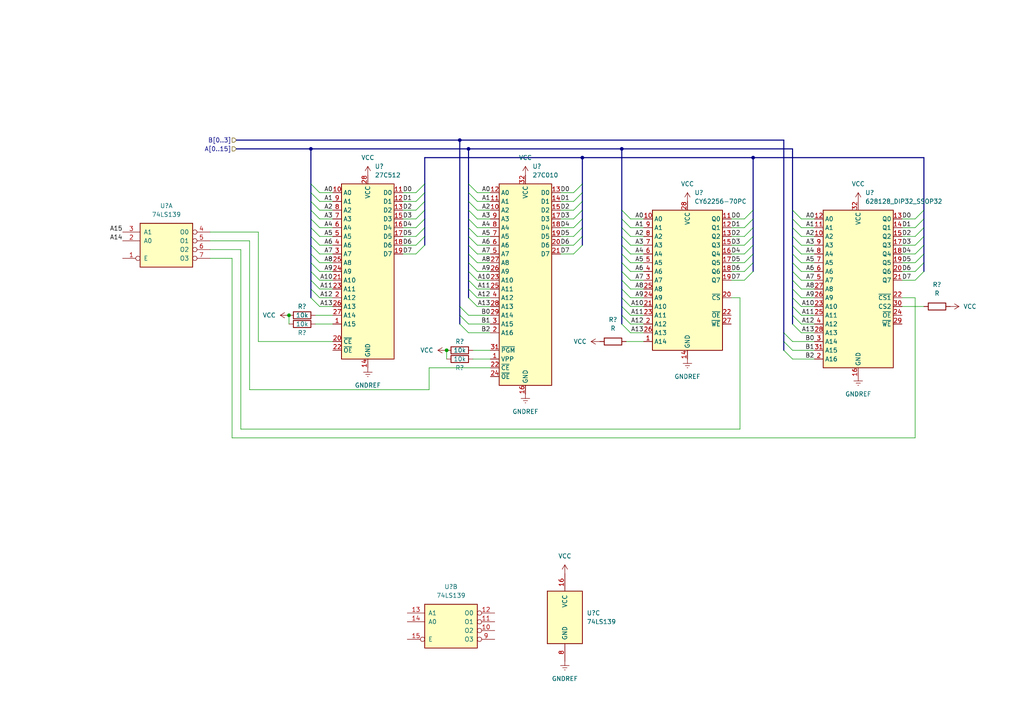
<source format=kicad_sch>
(kicad_sch (version 20211123) (generator eeschema)
  (paper "A4")
  (lib_symbols
    (symbol "74xx:74LS139" (pin_names (offset 1.016))
      (property "Reference" "U" (at -7.62 8.89 0))
      (property "Value" "74LS139" (at -7.62 -8.89 0))
      (symbol "74LS139_1_0"
        (pin input inverted (at -12.7 -5.08 0) (length 5.08) (name "E") (number "1"))
        (pin input line (at -12.7 0 0) (length 5.08) (name "A0") (number "2"))
        (pin input line (at -12.7 2.54 0) (length 5.08) (name "A1") (number "3"))
        (pin output inverted (at 12.7 2.54 180) (length 5.08) (name "O0") (number "4"))
        (pin output inverted (at 12.7 0 180) (length 5.08) (name "O1") (number "5"))
        (pin output inverted (at 12.7 -2.54 180) (length 5.08) (name "O2") (number "6"))
        (pin output inverted (at 12.7 -5.08 180) (length 5.08) (name "O3") (number "7"))
      )
      (symbol "74LS139_1_1"
        (rectangle (start -7.62 5.08) (end 7.62 -7.62) (stroke (width 0.254)) (fill (type background)))
      )
      (symbol "74LS139_2_0"
        (pin output inverted (at 12.7 -2.54 180) (length 5.08) (name "O2") (number "10"))
        (pin output inverted (at 12.7 0 180) (length 5.08) (name "O1") (number "11"))
        (pin output inverted (at 12.7 2.54 180) (length 5.08) (name "O0") (number "12"))
        (pin input line (at -12.7 2.54 0) (length 5.08) (name "A1") (number "13"))
        (pin input line (at -12.7 0 0) (length 5.08) (name "A0") (number "14"))
        (pin input inverted (at -12.7 -5.08 0) (length 5.08) (name "E") (number "15"))
        (pin output inverted (at 12.7 -5.08 180) (length 5.08) (name "O3") (number "9"))
      )
      (symbol "74LS139_2_1"
        (rectangle (start -7.62 5.08) (end 7.62 -7.62) (stroke (width 0.254)) (fill (type background)))
      )
      (symbol "74LS139_3_0"
        (pin power_in line (at 0 12.7 270) (length 5.08) (name "VCC") (number "16"))
        (pin power_in line (at 0 -12.7 90) (length 5.08) (name "GND") (number "8"))
      )
      (symbol "74LS139_3_1"
        (rectangle (start -5.08 7.62) (end 5.08 -7.62) (stroke (width 0.254)) (fill (type background)))
      )
    )
    (symbol "Device:R" (pin_numbers hide) (pin_names (offset 0))
      (property "Reference" "R" (at 2.032 0 90))
      (property "Value" "R" (at 0 0 90))
      (symbol "R_0_1"
        (rectangle (start -1.016 -2.54) (end 1.016 2.54) (stroke (width 0.254)))
      )
      (symbol "R_1_1"
        (pin passive line (at 0 3.81 270) (length 1.27) (name "~") (number "1"))
        (pin passive line (at 0 -3.81 90) (length 1.27) (name "~") (number "2"))
      )
    )
    (symbol "Memory_EPROM:27C010"
      (property "Reference" "U" (at -7.62 29.21 0))
      (property "Value" "27C010" (at 2.54 -31.75 0))
      (symbol "27C010_1_1"
        (rectangle (start -7.62 27.94) (end 7.62 -30.48) (stroke (width 0.254)) (fill (type background)))
        (pin input line (at -10.16 -22.86 0) (length 2.54) (name "VPP") (number "1"))
        (pin input line (at -10.16 20.32 0) (length 2.54) (name "A2") (number "10"))
        (pin input line (at -10.16 22.86 0) (length 2.54) (name "A1") (number "11"))
        (pin input line (at -10.16 25.4 0) (length 2.54) (name "A0") (number "12"))
        (pin tri_state line (at 10.16 25.4 180) (length 2.54) (name "D0") (number "13"))
        (pin tri_state line (at 10.16 22.86 180) (length 2.54) (name "D1") (number "14"))
        (pin tri_state line (at 10.16 20.32 180) (length 2.54) (name "D2") (number "15"))
        (pin power_in line (at 0 -33.02 90) (length 2.54) (name "GND") (number "16"))
        (pin tri_state line (at 10.16 17.78 180) (length 2.54) (name "D3") (number "17"))
        (pin tri_state line (at 10.16 15.24 180) (length 2.54) (name "D4") (number "18"))
        (pin tri_state line (at 10.16 12.7 180) (length 2.54) (name "D5") (number "19"))
        (pin input line (at -10.16 -15.24 0) (length 2.54) (name "A16") (number "2"))
        (pin tri_state line (at 10.16 10.16 180) (length 2.54) (name "D6") (number "20"))
        (pin tri_state line (at 10.16 7.62 180) (length 2.54) (name "D7") (number "21"))
        (pin input line (at -10.16 -25.4 0) (length 2.54) (name "~{CE}") (number "22"))
        (pin input line (at -10.16 0 0) (length 2.54) (name "A10") (number "23"))
        (pin input line (at -10.16 -27.94 0) (length 2.54) (name "~{OE}") (number "24"))
        (pin input line (at -10.16 -2.54 0) (length 2.54) (name "A11") (number "25"))
        (pin input line (at -10.16 2.54 0) (length 2.54) (name "A9") (number "26"))
        (pin input line (at -10.16 5.08 0) (length 2.54) (name "A8") (number "27"))
        (pin input line (at -10.16 -7.62 0) (length 2.54) (name "A13") (number "28"))
        (pin input line (at -10.16 -10.16 0) (length 2.54) (name "A14") (number "29"))
        (pin input line (at -10.16 -12.7 0) (length 2.54) (name "A15") (number "3"))
        (pin input line (at -10.16 -20.32 0) (length 2.54) (name "~{PGM}") (number "31"))
        (pin power_in line (at 0 30.48 270) (length 2.54) (name "VCC") (number "32"))
        (pin input line (at -10.16 -5.08 0) (length 2.54) (name "A12") (number "4"))
        (pin input line (at -10.16 7.62 0) (length 2.54) (name "A7") (number "5"))
        (pin input line (at -10.16 10.16 0) (length 2.54) (name "A6") (number "6"))
        (pin input line (at -10.16 12.7 0) (length 2.54) (name "A5") (number "7"))
        (pin input line (at -10.16 15.24 0) (length 2.54) (name "A4") (number "8"))
        (pin input line (at -10.16 17.78 0) (length 2.54) (name "A3") (number "9"))
      )
    )
    (symbol "Memory_EPROM:27C512"
      (property "Reference" "U" (at -7.62 26.67 0))
      (property "Value" "27C512" (at 2.54 -26.67 0))
      (symbol "27C512_1_1"
        (rectangle (start -7.62 25.4) (end 7.62 -25.4) (stroke (width 0.254)) (fill (type background)))
        (pin input line (at -10.16 -15.24 0) (length 2.54) (name "A15") (number "1"))
        (pin input line (at -10.16 22.86 0) (length 2.54) (name "A0") (number "10"))
        (pin tri_state line (at 10.16 22.86 180) (length 2.54) (name "D0") (number "11"))
        (pin tri_state line (at 10.16 20.32 180) (length 2.54) (name "D1") (number "12"))
        (pin tri_state line (at 10.16 17.78 180) (length 2.54) (name "D2") (number "13"))
        (pin power_in line (at 0 -27.94 90) (length 2.54) (name "GND") (number "14"))
        (pin tri_state line (at 10.16 15.24 180) (length 2.54) (name "D3") (number "15"))
        (pin tri_state line (at 10.16 12.7 180) (length 2.54) (name "D4") (number "16"))
        (pin tri_state line (at 10.16 10.16 180) (length 2.54) (name "D5") (number "17"))
        (pin tri_state line (at 10.16 7.62 180) (length 2.54) (name "D6") (number "18"))
        (pin tri_state line (at 10.16 5.08 180) (length 2.54) (name "D7") (number "19"))
        (pin input line (at -10.16 -7.62 0) (length 2.54) (name "A12") (number "2"))
        (pin input line (at -10.16 -20.32 0) (length 2.54) (name "~{CE}") (number "20"))
        (pin input line (at -10.16 -2.54 0) (length 2.54) (name "A10") (number "21"))
        (pin input line (at -10.16 -22.86 0) (length 2.54) (name "~{OE}") (number "22"))
        (pin input line (at -10.16 -5.08 0) (length 2.54) (name "A11") (number "23"))
        (pin input line (at -10.16 0 0) (length 2.54) (name "A9") (number "24"))
        (pin input line (at -10.16 2.54 0) (length 2.54) (name "A8") (number "25"))
        (pin input line (at -10.16 -10.16 0) (length 2.54) (name "A13") (number "26"))
        (pin input line (at -10.16 -12.7 0) (length 2.54) (name "A14") (number "27"))
        (pin power_in line (at 0 27.94 270) (length 2.54) (name "VCC") (number "28"))
        (pin input line (at -10.16 5.08 0) (length 2.54) (name "A7") (number "3"))
        (pin input line (at -10.16 7.62 0) (length 2.54) (name "A6") (number "4"))
        (pin input line (at -10.16 10.16 0) (length 2.54) (name "A5") (number "5"))
        (pin input line (at -10.16 12.7 0) (length 2.54) (name "A4") (number "6"))
        (pin input line (at -10.16 15.24 0) (length 2.54) (name "A3") (number "7"))
        (pin input line (at -10.16 17.78 0) (length 2.54) (name "A2") (number "8"))
        (pin input line (at -10.16 20.32 0) (length 2.54) (name "A1") (number "9"))
      )
    )
    (symbol "Memory_RAM:628128_DIP32_SSOP32"
      (property "Reference" "U" (at -10.16 23.495 0))
      (property "Value" "628128_DIP32_SSOP32" (at 2.54 23.495 0))
      (symbol "628128_DIP32_SSOP32_0_0"
        (pin power_in line (at 0 -25.4 90) (length 2.54) (name "GND") (number "16"))
        (pin power_in line (at 0 25.4 270) (length 2.54) (name "VCC") (number "32"))
      )
      (symbol "628128_DIP32_SSOP32_0_1"
        (rectangle (start -10.16 22.86) (end 10.16 -22.86) (stroke (width 0.254)) (fill (type background)))
      )
      (symbol "628128_DIP32_SSOP32_1_1"
        (pin no_connect line (at 10.16 -20.32 180) (length 2.54) hide (name "NC") (number "1"))
        (pin input line (at -12.7 15.24 0) (length 2.54) (name "A2") (number "10"))
        (pin input line (at -12.7 17.78 0) (length 2.54) (name "A1") (number "11"))
        (pin input line (at -12.7 20.32 0) (length 2.54) (name "A0") (number "12"))
        (pin tri_state line (at 12.7 20.32 180) (length 2.54) (name "Q0") (number "13"))
        (pin tri_state line (at 12.7 17.78 180) (length 2.54) (name "Q1") (number "14"))
        (pin tri_state line (at 12.7 15.24 180) (length 2.54) (name "Q2") (number "15"))
        (pin tri_state line (at 12.7 12.7 180) (length 2.54) (name "Q3") (number "17"))
        (pin tri_state line (at 12.7 10.16 180) (length 2.54) (name "Q4") (number "18"))
        (pin tri_state line (at 12.7 7.62 180) (length 2.54) (name "Q5") (number "19"))
        (pin input line (at -12.7 -20.32 0) (length 2.54) (name "A16") (number "2"))
        (pin tri_state line (at 12.7 5.08 180) (length 2.54) (name "Q6") (number "20"))
        (pin tri_state line (at 12.7 2.54 180) (length 2.54) (name "Q7") (number "21"))
        (pin input line (at 12.7 -2.54 180) (length 2.54) (name "~{CS1}") (number "22"))
        (pin input line (at -12.7 -5.08 0) (length 2.54) (name "A10") (number "23"))
        (pin input line (at 12.7 -7.62 180) (length 2.54) (name "~{OE}") (number "24"))
        (pin input line (at -12.7 -7.62 0) (length 2.54) (name "A11") (number "25"))
        (pin input line (at -12.7 -2.54 0) (length 2.54) (name "A9") (number "26"))
        (pin input line (at -12.7 0 0) (length 2.54) (name "A8") (number "27"))
        (pin input line (at -12.7 -12.7 0) (length 2.54) (name "A13") (number "28"))
        (pin input line (at 12.7 -10.16 180) (length 2.54) (name "~{WE}") (number "29"))
        (pin input line (at -12.7 -15.24 0) (length 2.54) (name "A14") (number "3"))
        (pin input line (at 12.7 -5.08 180) (length 2.54) (name "CS2") (number "30"))
        (pin input line (at -12.7 -17.78 0) (length 2.54) (name "A15") (number "31"))
        (pin input line (at -12.7 -10.16 0) (length 2.54) (name "A12") (number "4"))
        (pin input line (at -12.7 2.54 0) (length 2.54) (name "A7") (number "5"))
        (pin input line (at -12.7 5.08 0) (length 2.54) (name "A6") (number "6"))
        (pin input line (at -12.7 7.62 0) (length 2.54) (name "A5") (number "7"))
        (pin input line (at -12.7 10.16 0) (length 2.54) (name "A4") (number "8"))
        (pin input line (at -12.7 12.7 0) (length 2.54) (name "A3") (number "9"))
      )
    )
    (symbol "Memory_RAM:CY62256-70PC"
      (property "Reference" "U" (at -10.16 20.955 0))
      (property "Value" "CY62256-70PC" (at 2.54 20.955 0))
      (symbol "CY62256-70PC_0_0"
        (pin power_in line (at 0 -22.86 90) (length 2.54) (name "GND") (number "14"))
        (pin power_in line (at 0 22.86 270) (length 2.54) (name "VCC") (number "28"))
      )
      (symbol "CY62256-70PC_0_1"
        (rectangle (start -10.16 20.32) (end 10.16 -20.32) (stroke (width 0.254)) (fill (type background)))
      )
      (symbol "CY62256-70PC_1_1"
        (pin input line (at -12.7 -17.78 0) (length 2.54) (name "A14") (number "1"))
        (pin input line (at -12.7 17.78 0) (length 2.54) (name "A0") (number "10"))
        (pin tri_state line (at 12.7 17.78 180) (length 2.54) (name "Q0") (number "11"))
        (pin tri_state line (at 12.7 15.24 180) (length 2.54) (name "Q1") (number "12"))
        (pin tri_state line (at 12.7 12.7 180) (length 2.54) (name "Q2") (number "13"))
        (pin tri_state line (at 12.7 10.16 180) (length 2.54) (name "Q3") (number "15"))
        (pin tri_state line (at 12.7 7.62 180) (length 2.54) (name "Q4") (number "16"))
        (pin tri_state line (at 12.7 5.08 180) (length 2.54) (name "Q5") (number "17"))
        (pin tri_state line (at 12.7 2.54 180) (length 2.54) (name "Q6") (number "18"))
        (pin tri_state line (at 12.7 0 180) (length 2.54) (name "Q7") (number "19"))
        (pin input line (at -12.7 -12.7 0) (length 2.54) (name "A12") (number "2"))
        (pin input line (at 12.7 -5.08 180) (length 2.54) (name "~{CS}") (number "20"))
        (pin input line (at -12.7 -7.62 0) (length 2.54) (name "A10") (number "21"))
        (pin input line (at 12.7 -10.16 180) (length 2.54) (name "~{OE}") (number "22"))
        (pin input line (at -12.7 -10.16 0) (length 2.54) (name "A11") (number "23"))
        (pin input line (at -12.7 -5.08 0) (length 2.54) (name "A9") (number "24"))
        (pin input line (at -12.7 -2.54 0) (length 2.54) (name "A8") (number "25"))
        (pin input line (at -12.7 -15.24 0) (length 2.54) (name "A13") (number "26"))
        (pin input line (at 12.7 -12.7 180) (length 2.54) (name "~{WE}") (number "27"))
        (pin input line (at -12.7 0 0) (length 2.54) (name "A7") (number "3"))
        (pin input line (at -12.7 2.54 0) (length 2.54) (name "A6") (number "4"))
        (pin input line (at -12.7 5.08 0) (length 2.54) (name "A5") (number "5"))
        (pin input line (at -12.7 7.62 0) (length 2.54) (name "A4") (number "6"))
        (pin input line (at -12.7 10.16 0) (length 2.54) (name "A3") (number "7"))
        (pin input line (at -12.7 12.7 0) (length 2.54) (name "A2") (number "8"))
        (pin input line (at -12.7 15.24 0) (length 2.54) (name "A1") (number "9"))
      )
    )
    (symbol "power:GNDREF" (power) (pin_names (offset 0))
      (property "Value" "GNDREF" (at 0 -3.81 0))
      (symbol "GNDREF_0_1"
        (polyline (pts (xy -0.635 -1.905) (xy 0.635 -1.905)))
        (polyline (pts (xy -0.127 -2.54) (xy 0.127 -2.54)))
        (polyline (pts (xy 0 -1.27) (xy 0 0)))
        (polyline (pts (xy 1.27 -1.27) (xy -1.27 -1.27)))
      )
      (symbol "GNDREF_1_1"
        (pin power_in line (at 0 0 270) (length 0) hide (name "GNDREF") (number "1"))
      )
    )
    (symbol "power:VCC" (power) (pin_names (offset 0))
      (property "Value" "VCC" (at 0 3.81 0))
      (symbol "VCC_0_1"
        (polyline (pts (xy -0.762 1.27) (xy 0 2.54)))
        (polyline (pts (xy 0 0) (xy 0 2.54)))
        (polyline (pts (xy 0 2.54) (xy 0.762 1.27)))
      )
      (symbol "VCC_1_1"
        (pin power_in line (at 0 0 90) (length 0) hide (name "VCC") (number "1"))
      )
    )
  )
  (junction (at 90.17 43.18))
  (junction (at 218.44 45.72))
  (junction (at 83.82 91.44))
  (junction (at 135.89 43.18))
  (junction (at 129.54 101.6))
  (junction (at 133.35 40.64))
  (junction (at 168.91 45.72))
  (junction (at 180.34 43.18))
  (bus_entry (at 229.87 68.58) (size 2.54 2.54))
  (bus_entry (at 90.17 83.82) (size 2.54 2.54))
  (bus_entry (at 215.9 73.66) (size 2.54 -2.54))
  (bus_entry (at 215.9 76.2) (size 2.54 -2.54))
  (bus_entry (at 135.89 78.74) (size 2.54 2.54))
  (bus_entry (at 135.89 76.2) (size 2.54 2.54))
  (bus_entry (at 90.17 68.58) (size 2.54 2.54))
  (bus_entry (at 265.43 81.28) (size 2.54 -2.54))
  (bus_entry (at 120.65 60.96) (size 2.54 -2.54))
  (bus_entry (at 133.35 93.98) (size 2.54 2.54))
  (bus_entry (at 215.9 66.04) (size 2.54 -2.54))
  (bus_entry (at 90.17 71.12) (size 2.54 2.54))
  (bus_entry (at 120.65 73.66) (size 2.54 -2.54))
  (bus_entry (at 120.65 55.88) (size 2.54 -2.54))
  (bus_entry (at 135.89 81.28) (size 2.54 2.54))
  (bus_entry (at 90.17 53.34) (size 2.54 2.54))
  (bus_entry (at 265.43 66.04) (size 2.54 -2.54))
  (bus_entry (at 265.43 63.5) (size 2.54 -2.54))
  (bus_entry (at 166.37 73.66) (size 2.54 -2.54))
  (bus_entry (at 227.33 96.52) (size 2.54 2.54))
  (bus_entry (at 265.43 71.12) (size 2.54 -2.54))
  (bus_entry (at 180.34 93.98) (size 2.54 2.54))
  (bus_entry (at 135.89 53.34) (size 2.54 2.54))
  (bus_entry (at 120.65 63.5) (size 2.54 -2.54))
  (bus_entry (at 135.89 55.88) (size 2.54 2.54))
  (bus_entry (at 180.34 78.74) (size 2.54 2.54))
  (bus_entry (at 227.33 99.06) (size 2.54 2.54))
  (bus_entry (at 120.65 68.58) (size 2.54 -2.54))
  (bus_entry (at 133.35 91.44) (size 2.54 2.54))
  (bus_entry (at 227.33 101.6) (size 2.54 2.54))
  (bus_entry (at 166.37 55.88) (size 2.54 -2.54))
  (bus_entry (at 229.87 91.44) (size 2.54 2.54))
  (bus_entry (at 215.9 68.58) (size 2.54 -2.54))
  (bus_entry (at 135.89 58.42) (size 2.54 2.54))
  (bus_entry (at 229.87 76.2) (size 2.54 2.54))
  (bus_entry (at 215.9 63.5) (size 2.54 -2.54))
  (bus_entry (at 180.34 60.96) (size 2.54 2.54))
  (bus_entry (at 180.34 83.82) (size 2.54 2.54))
  (bus_entry (at 166.37 71.12) (size 2.54 -2.54))
  (bus_entry (at 90.17 66.04) (size 2.54 2.54))
  (bus_entry (at 135.89 66.04) (size 2.54 2.54))
  (bus_entry (at 120.65 58.42) (size 2.54 -2.54))
  (bus_entry (at 135.89 83.82) (size 2.54 2.54))
  (bus_entry (at 215.9 71.12) (size 2.54 -2.54))
  (bus_entry (at 229.87 66.04) (size 2.54 2.54))
  (bus_entry (at 229.87 60.96) (size 2.54 2.54))
  (bus_entry (at 229.87 78.74) (size 2.54 2.54))
  (bus_entry (at 133.35 88.9) (size 2.54 2.54))
  (bus_entry (at 166.37 60.96) (size 2.54 -2.54))
  (bus_entry (at 265.43 78.74) (size 2.54 -2.54))
  (bus_entry (at 229.87 88.9) (size 2.54 2.54))
  (bus_entry (at 215.9 81.28) (size 2.54 -2.54))
  (bus_entry (at 90.17 58.42) (size 2.54 2.54))
  (bus_entry (at 166.37 66.04) (size 2.54 -2.54))
  (bus_entry (at 265.43 68.58) (size 2.54 -2.54))
  (bus_entry (at 166.37 63.5) (size 2.54 -2.54))
  (bus_entry (at 229.87 81.28) (size 2.54 2.54))
  (bus_entry (at 265.43 73.66) (size 2.54 -2.54))
  (bus_entry (at 90.17 78.74) (size 2.54 2.54))
  (bus_entry (at 229.87 73.66) (size 2.54 2.54))
  (bus_entry (at 180.34 91.44) (size 2.54 2.54))
  (bus_entry (at 166.37 68.58) (size 2.54 -2.54))
  (bus_entry (at 180.34 86.36) (size 2.54 2.54))
  (bus_entry (at 229.87 86.36) (size 2.54 2.54))
  (bus_entry (at 90.17 63.5) (size 2.54 2.54))
  (bus_entry (at 180.34 71.12) (size 2.54 2.54))
  (bus_entry (at 90.17 81.28) (size 2.54 2.54))
  (bus_entry (at 215.9 78.74) (size 2.54 -2.54))
  (bus_entry (at 229.87 83.82) (size 2.54 2.54))
  (bus_entry (at 135.89 60.96) (size 2.54 2.54))
  (bus_entry (at 135.89 73.66) (size 2.54 2.54))
  (bus_entry (at 90.17 60.96) (size 2.54 2.54))
  (bus_entry (at 90.17 76.2) (size 2.54 2.54))
  (bus_entry (at 229.87 93.98) (size 2.54 2.54))
  (bus_entry (at 180.34 88.9) (size 2.54 2.54))
  (bus_entry (at 180.34 81.28) (size 2.54 2.54))
  (bus_entry (at 90.17 55.88) (size 2.54 2.54))
  (bus_entry (at 90.17 86.36) (size 2.54 2.54))
  (bus_entry (at 90.17 73.66) (size 2.54 2.54))
  (bus_entry (at 135.89 71.12) (size 2.54 2.54))
  (bus_entry (at 135.89 68.58) (size 2.54 2.54))
  (bus_entry (at 166.37 58.42) (size 2.54 -2.54))
  (bus_entry (at 180.34 76.2) (size 2.54 2.54))
  (bus_entry (at 135.89 63.5) (size 2.54 2.54))
  (bus_entry (at 120.65 71.12) (size 2.54 -2.54))
  (bus_entry (at 120.65 66.04) (size 2.54 -2.54))
  (bus_entry (at 180.34 63.5) (size 2.54 2.54))
  (bus_entry (at 180.34 68.58) (size 2.54 2.54))
  (bus_entry (at 229.87 63.5) (size 2.54 2.54))
  (bus_entry (at 180.34 66.04) (size 2.54 2.54))
  (bus_entry (at 180.34 73.66) (size 2.54 2.54))
  (bus_entry (at 265.43 76.2) (size 2.54 -2.54))
  (bus_entry (at 135.89 86.36) (size 2.54 2.54))
  (bus_entry (at 229.87 71.12) (size 2.54 2.54))
  (wire (pts (xy 212.09 66.04) (xy 215.9 66.04)))
  (wire (pts (xy 60.96 69.85) (xy 72.39 69.85)))
  (wire (pts (xy 214.63 86.36) (xy 212.09 86.36)))
  (wire (pts (xy 182.88 76.2) (xy 186.69 76.2)))
  (bus (pts (xy 218.44 60.96) (xy 218.44 45.72)))
  (bus (pts (xy 123.19 53.34) (xy 123.19 55.88)))
  (wire (pts (xy 212.09 81.28) (xy 215.9 81.28)))
  (wire (pts (xy 135.89 91.44) (xy 142.24 91.44)))
  (wire (pts (xy 261.62 73.66) (xy 265.43 73.66)))
  (wire (pts (xy 138.43 73.66) (xy 142.24 73.66)))
  (bus (pts (xy 168.91 55.88) (xy 168.91 58.42)))
  (bus (pts (xy 168.91 58.42) (xy 168.91 60.96)))
  (wire (pts (xy 138.43 76.2) (xy 142.24 76.2)))
  (bus (pts (xy 180.34 88.9) (xy 180.34 86.36)))
  (bus (pts (xy 180.34 76.2) (xy 180.34 73.66)))
  (wire (pts (xy 92.71 58.42) (xy 96.52 58.42)))
  (bus (pts (xy 133.35 40.64) (xy 68.58 40.64)))
  (bus (pts (xy 90.17 66.04) (xy 90.17 63.5)))
  (bus (pts (xy 218.44 45.72) (xy 267.97 45.72)))
  (wire (pts (xy 232.41 81.28) (xy 236.22 81.28)))
  (wire (pts (xy 67.31 127) (xy 265.43 127)))
  (wire (pts (xy 261.62 66.04) (xy 265.43 66.04)))
  (wire (pts (xy 182.88 96.52) (xy 186.69 96.52)))
  (wire (pts (xy 116.84 66.04) (xy 120.65 66.04)))
  (bus (pts (xy 218.44 45.72) (xy 168.91 45.72)))
  (bus (pts (xy 133.35 88.9) (xy 133.35 40.64)))
  (bus (pts (xy 229.87 68.58) (xy 229.87 66.04)))
  (bus (pts (xy 218.44 68.58) (xy 218.44 66.04)))
  (bus (pts (xy 218.44 76.2) (xy 218.44 73.66)))
  (wire (pts (xy 116.84 68.58) (xy 120.65 68.58)))
  (wire (pts (xy 135.89 93.98) (xy 142.24 93.98)))
  (bus (pts (xy 180.34 68.58) (xy 180.34 66.04)))
  (wire (pts (xy 182.88 78.74) (xy 186.69 78.74)))
  (bus (pts (xy 133.35 93.98) (xy 133.35 91.44)))
  (wire (pts (xy 229.87 101.6) (xy 236.22 101.6)))
  (wire (pts (xy 60.96 74.93) (xy 67.31 74.93)))
  (bus (pts (xy 123.19 66.04) (xy 123.19 68.58)))
  (wire (pts (xy 229.87 99.06) (xy 236.22 99.06)))
  (wire (pts (xy 232.41 91.44) (xy 236.22 91.44)))
  (bus (pts (xy 135.89 86.36) (xy 135.89 83.82)))
  (wire (pts (xy 92.71 73.66) (xy 96.52 73.66)))
  (wire (pts (xy 265.43 127) (xy 265.43 86.36)))
  (bus (pts (xy 135.89 60.96) (xy 135.89 58.42)))
  (bus (pts (xy 90.17 43.18) (xy 135.89 43.18)))
  (wire (pts (xy 212.09 73.66) (xy 215.9 73.66)))
  (wire (pts (xy 182.88 83.82) (xy 186.69 83.82)))
  (wire (pts (xy 92.71 71.12) (xy 96.52 71.12)))
  (wire (pts (xy 232.41 86.36) (xy 236.22 86.36)))
  (bus (pts (xy 90.17 78.74) (xy 90.17 76.2)))
  (bus (pts (xy 90.17 86.36) (xy 90.17 83.82)))
  (bus (pts (xy 123.19 45.72) (xy 123.19 53.34)))
  (bus (pts (xy 180.34 63.5) (xy 180.34 60.96)))
  (wire (pts (xy 181.61 99.06) (xy 186.69 99.06)))
  (wire (pts (xy 138.43 63.5) (xy 142.24 63.5)))
  (wire (pts (xy 232.41 96.52) (xy 236.22 96.52)))
  (wire (pts (xy 182.88 93.98) (xy 186.69 93.98)))
  (bus (pts (xy 267.97 66.04) (xy 267.97 68.58)))
  (wire (pts (xy 138.43 68.58) (xy 142.24 68.58)))
  (bus (pts (xy 123.19 55.88) (xy 123.19 58.42)))
  (bus (pts (xy 229.87 76.2) (xy 229.87 73.66)))
  (wire (pts (xy 232.41 66.04) (xy 236.22 66.04)))
  (bus (pts (xy 229.87 86.36) (xy 229.87 83.82)))
  (wire (pts (xy 138.43 58.42) (xy 142.24 58.42)))
  (wire (pts (xy 60.96 67.31) (xy 74.93 67.31)))
  (wire (pts (xy 261.62 88.9) (xy 267.97 88.9)))
  (bus (pts (xy 168.91 45.72) (xy 168.91 53.34)))
  (bus (pts (xy 229.87 43.18) (xy 229.87 60.96)))
  (wire (pts (xy 182.88 88.9) (xy 186.69 88.9)))
  (wire (pts (xy 261.62 81.28) (xy 265.43 81.28)))
  (wire (pts (xy 182.88 81.28) (xy 186.69 81.28)))
  (wire (pts (xy 83.82 91.44) (xy 83.82 93.98)))
  (bus (pts (xy 135.89 43.18) (xy 180.34 43.18)))
  (bus (pts (xy 180.34 86.36) (xy 180.34 83.82)))
  (bus (pts (xy 168.91 60.96) (xy 168.91 63.5)))
  (bus (pts (xy 180.34 91.44) (xy 180.34 88.9)))
  (bus (pts (xy 218.44 73.66) (xy 218.44 71.12)))
  (wire (pts (xy 124.46 113.03) (xy 124.46 106.68)))
  (bus (pts (xy 218.44 66.04) (xy 218.44 63.5)))
  (wire (pts (xy 232.41 93.98) (xy 236.22 93.98)))
  (bus (pts (xy 229.87 63.5) (xy 229.87 60.96)))
  (bus (pts (xy 90.17 81.28) (xy 90.17 78.74)))
  (bus (pts (xy 229.87 81.28) (xy 229.87 78.74)))
  (wire (pts (xy 138.43 86.36) (xy 142.24 86.36)))
  (wire (pts (xy 67.31 74.93) (xy 67.31 127)))
  (bus (pts (xy 123.19 60.96) (xy 123.19 63.5)))
  (wire (pts (xy 232.41 76.2) (xy 236.22 76.2)))
  (wire (pts (xy 135.89 96.52) (xy 142.24 96.52)))
  (bus (pts (xy 229.87 78.74) (xy 229.87 76.2)))
  (bus (pts (xy 90.17 73.66) (xy 90.17 71.12)))
  (bus (pts (xy 123.19 58.42) (xy 123.19 60.96)))
  (wire (pts (xy 229.87 104.14) (xy 236.22 104.14)))
  (bus (pts (xy 229.87 71.12) (xy 229.87 68.58)))
  (bus (pts (xy 90.17 63.5) (xy 90.17 60.96)))
  (bus (pts (xy 133.35 40.64) (xy 227.33 40.64)))
  (wire (pts (xy 232.41 63.5) (xy 236.22 63.5)))
  (bus (pts (xy 218.44 63.5) (xy 218.44 60.96)))
  (wire (pts (xy 92.71 60.96) (xy 96.52 60.96)))
  (wire (pts (xy 137.16 104.14) (xy 142.24 104.14)))
  (bus (pts (xy 180.34 81.28) (xy 180.34 78.74)))
  (wire (pts (xy 91.44 93.98) (xy 96.52 93.98)))
  (wire (pts (xy 92.71 66.04) (xy 96.52 66.04)))
  (bus (pts (xy 229.87 66.04) (xy 229.87 63.5)))
  (bus (pts (xy 133.35 91.44) (xy 133.35 88.9)))
  (wire (pts (xy 182.88 91.44) (xy 186.69 91.44)))
  (wire (pts (xy 92.71 81.28) (xy 96.52 81.28)))
  (bus (pts (xy 267.97 45.72) (xy 267.97 60.96)))
  (wire (pts (xy 162.56 60.96) (xy 166.37 60.96)))
  (wire (pts (xy 212.09 68.58) (xy 215.9 68.58)))
  (bus (pts (xy 168.91 66.04) (xy 168.91 68.58)))
  (bus (pts (xy 90.17 43.18) (xy 68.58 43.18)))
  (wire (pts (xy 116.84 58.42) (xy 120.65 58.42)))
  (bus (pts (xy 135.89 78.74) (xy 135.89 76.2)))
  (bus (pts (xy 227.33 99.06) (xy 227.33 96.52)))
  (wire (pts (xy 92.71 86.36) (xy 96.52 86.36)))
  (bus (pts (xy 168.91 68.58) (xy 168.91 71.12)))
  (wire (pts (xy 182.88 68.58) (xy 186.69 68.58)))
  (wire (pts (xy 138.43 55.88) (xy 142.24 55.88)))
  (wire (pts (xy 72.39 69.85) (xy 72.39 113.03)))
  (wire (pts (xy 212.09 78.74) (xy 215.9 78.74)))
  (wire (pts (xy 182.88 71.12) (xy 186.69 71.12)))
  (bus (pts (xy 135.89 58.42) (xy 135.89 55.88)))
  (wire (pts (xy 72.39 113.03) (xy 124.46 113.03)))
  (wire (pts (xy 232.41 83.82) (xy 236.22 83.82)))
  (wire (pts (xy 137.16 101.6) (xy 142.24 101.6)))
  (wire (pts (xy 116.84 63.5) (xy 120.65 63.5)))
  (wire (pts (xy 162.56 68.58) (xy 166.37 68.58)))
  (bus (pts (xy 229.87 91.44) (xy 229.87 88.9)))
  (wire (pts (xy 92.71 55.88) (xy 96.52 55.88)))
  (wire (pts (xy 232.41 68.58) (xy 236.22 68.58)))
  (bus (pts (xy 229.87 93.98) (xy 229.87 91.44)))
  (wire (pts (xy 92.71 78.74) (xy 96.52 78.74)))
  (wire (pts (xy 162.56 63.5) (xy 166.37 63.5)))
  (wire (pts (xy 214.63 124.46) (xy 214.63 86.36)))
  (wire (pts (xy 138.43 78.74) (xy 142.24 78.74)))
  (wire (pts (xy 116.84 73.66) (xy 120.65 73.66)))
  (wire (pts (xy 232.41 78.74) (xy 236.22 78.74)))
  (bus (pts (xy 180.34 43.18) (xy 229.87 43.18)))
  (bus (pts (xy 229.87 73.66) (xy 229.87 71.12)))
  (bus (pts (xy 180.34 83.82) (xy 180.34 81.28)))
  (wire (pts (xy 69.85 124.46) (xy 214.63 124.46)))
  (bus (pts (xy 267.97 63.5) (xy 267.97 66.04)))
  (bus (pts (xy 135.89 55.88) (xy 135.89 53.34)))
  (bus (pts (xy 229.87 88.9) (xy 229.87 86.36)))
  (bus (pts (xy 180.34 73.66) (xy 180.34 71.12)))
  (wire (pts (xy 162.56 55.88) (xy 166.37 55.88)))
  (wire (pts (xy 265.43 86.36) (xy 261.62 86.36)))
  (bus (pts (xy 267.97 60.96) (xy 267.97 63.5)))
  (bus (pts (xy 227.33 40.64) (xy 227.33 96.52)))
  (bus (pts (xy 135.89 68.58) (xy 135.89 66.04)))
  (bus (pts (xy 180.34 43.18) (xy 180.34 60.96)))
  (wire (pts (xy 116.84 60.96) (xy 120.65 60.96)))
  (wire (pts (xy 232.41 73.66) (xy 236.22 73.66)))
  (bus (pts (xy 135.89 83.82) (xy 135.89 81.28)))
  (bus (pts (xy 135.89 66.04) (xy 135.89 63.5)))
  (wire (pts (xy 138.43 60.96) (xy 142.24 60.96)))
  (wire (pts (xy 212.09 71.12) (xy 215.9 71.12)))
  (bus (pts (xy 135.89 73.66) (xy 135.89 71.12)))
  (bus (pts (xy 90.17 55.88) (xy 90.17 53.34)))
  (wire (pts (xy 212.09 63.5) (xy 215.9 63.5)))
  (wire (pts (xy 92.71 83.82) (xy 96.52 83.82)))
  (bus (pts (xy 267.97 71.12) (xy 267.97 73.66)))
  (wire (pts (xy 60.96 72.39) (xy 69.85 72.39)))
  (wire (pts (xy 91.44 91.44) (xy 96.52 91.44)))
  (wire (pts (xy 232.41 71.12) (xy 236.22 71.12)))
  (bus (pts (xy 90.17 53.34) (xy 90.17 43.18)))
  (bus (pts (xy 135.89 63.5) (xy 135.89 60.96)))
  (wire (pts (xy 261.62 63.5) (xy 265.43 63.5)))
  (bus (pts (xy 218.44 78.74) (xy 218.44 76.2)))
  (wire (pts (xy 138.43 88.9) (xy 142.24 88.9)))
  (wire (pts (xy 212.09 76.2) (xy 215.9 76.2)))
  (wire (pts (xy 162.56 66.04) (xy 166.37 66.04)))
  (wire (pts (xy 162.56 58.42) (xy 166.37 58.42)))
  (wire (pts (xy 182.88 66.04) (xy 186.69 66.04)))
  (wire (pts (xy 138.43 71.12) (xy 142.24 71.12)))
  (bus (pts (xy 123.19 68.58) (xy 123.19 71.12)))
  (bus (pts (xy 90.17 71.12) (xy 90.17 68.58)))
  (wire (pts (xy 162.56 73.66) (xy 166.37 73.66)))
  (bus (pts (xy 180.34 66.04) (xy 180.34 63.5)))
  (wire (pts (xy 69.85 72.39) (xy 69.85 124.46)))
  (wire (pts (xy 74.93 67.31) (xy 74.93 99.06)))
  (wire (pts (xy 92.71 76.2) (xy 96.52 76.2)))
  (wire (pts (xy 138.43 66.04) (xy 142.24 66.04)))
  (bus (pts (xy 168.91 45.72) (xy 123.19 45.72)))
  (wire (pts (xy 232.41 88.9) (xy 236.22 88.9)))
  (bus (pts (xy 267.97 76.2) (xy 267.97 78.74)))
  (bus (pts (xy 168.91 53.34) (xy 168.91 55.88)))
  (bus (pts (xy 90.17 83.82) (xy 90.17 81.28)))
  (wire (pts (xy 74.93 99.06) (xy 96.52 99.06)))
  (bus (pts (xy 135.89 71.12) (xy 135.89 68.58)))
  (bus (pts (xy 168.91 63.5) (xy 168.91 66.04)))
  (wire (pts (xy 261.62 71.12) (xy 265.43 71.12)))
  (bus (pts (xy 90.17 68.58) (xy 90.17 66.04)))
  (wire (pts (xy 261.62 68.58) (xy 265.43 68.58)))
  (wire (pts (xy 92.71 88.9) (xy 96.52 88.9)))
  (bus (pts (xy 135.89 43.18) (xy 135.89 53.34)))
  (bus (pts (xy 180.34 71.12) (xy 180.34 68.58)))
  (wire (pts (xy 138.43 81.28) (xy 142.24 81.28)))
  (bus (pts (xy 229.87 83.82) (xy 229.87 81.28)))
  (bus (pts (xy 267.97 73.66) (xy 267.97 76.2)))
  (bus (pts (xy 267.97 68.58) (xy 267.97 71.12)))
  (bus (pts (xy 90.17 76.2) (xy 90.17 73.66)))
  (wire (pts (xy 182.88 86.36) (xy 186.69 86.36)))
  (wire (pts (xy 129.54 101.6) (xy 129.54 104.14)))
  (wire (pts (xy 162.56 71.12) (xy 166.37 71.12)))
  (wire (pts (xy 138.43 83.82) (xy 142.24 83.82)))
  (bus (pts (xy 135.89 81.28) (xy 135.89 78.74)))
  (wire (pts (xy 116.84 55.88) (xy 120.65 55.88)))
  (bus (pts (xy 135.89 76.2) (xy 135.89 73.66)))
  (wire (pts (xy 182.88 73.66) (xy 186.69 73.66)))
  (bus (pts (xy 180.34 78.74) (xy 180.34 76.2)))
  (wire (pts (xy 92.71 63.5) (xy 96.52 63.5)))
  (wire (pts (xy 116.84 71.12) (xy 120.65 71.12)))
  (wire (pts (xy 124.46 106.68) (xy 142.24 106.68)))
  (bus (pts (xy 218.44 71.12) (xy 218.44 68.58)))
  (bus (pts (xy 90.17 58.42) (xy 90.17 55.88)))
  (wire (pts (xy 261.62 76.2) (xy 265.43 76.2)))
  (bus (pts (xy 180.34 93.98) (xy 180.34 91.44)))
  (bus (pts (xy 90.17 60.96) (xy 90.17 58.42)))
  (bus (pts (xy 123.19 63.5) (xy 123.19 66.04)))
  (wire (pts (xy 261.62 78.74) (xy 265.43 78.74)))
  (bus (pts (xy 227.33 101.6) (xy 227.33 99.06)))
  (wire (pts (xy 92.71 68.58) (xy 96.52 68.58)))
  (wire (pts (xy 182.88 63.5) (xy 186.69 63.5)))
  (label "A9" (at 142.24 78.74 180))
  (label "A7" (at 186.69 81.28 180))
  (label "A10" (at 236.22 88.9 180))
  (label "D3" (at 162.56 63.5 0))
  (label "B0" (at 142.24 91.44 180))
  (label "D1" (at 162.56 58.42 0))
  (label "A6" (at 96.52 71.12 180))
  (label "A13" (at 236.22 96.52 180))
  (label "A1" (at 96.52 58.42 180))
  (label "A11" (at 142.24 83.82 180))
  (label "A7" (at 142.24 73.66 180))
  (label "A3" (at 236.22 71.12 180))
  (label "A0" (at 142.24 55.88 180))
  (label "A8" (at 186.69 83.82 180))
  (label "D1" (at 212.09 66.04 0))
  (label "A6" (at 186.69 78.74 180))
  (label "A5" (at 236.22 76.2 180))
  (label "A13" (at 96.52 88.9 180))
  (label "D0" (at 212.09 63.5 0))
  (label "D3" (at 212.09 71.12 0))
  (label "A4" (at 142.24 66.04 180))
  (label "A1" (at 142.24 58.42 180))
  (label "A10" (at 142.24 81.28 180))
  (label "D2" (at 261.62 68.58 0))
  (label "D0" (at 162.56 55.88 0))
  (label "A13" (at 186.69 96.52 180))
  (label "A2" (at 142.24 60.96 180))
  (label "D7" (at 261.62 81.28 0))
  (label "A9" (at 236.22 86.36 180))
  (label "A4" (at 96.52 66.04 180))
  (label "A12" (at 142.24 86.36 180))
  (label "A2" (at 186.69 68.58 180))
  (label "D6" (at 162.56 71.12 0))
  (label "B1" (at 236.22 101.6 180))
  (label "A11" (at 236.22 91.44 180))
  (label "D4" (at 212.09 73.66 0))
  (label "A1" (at 186.69 66.04 180))
  (label "D5" (at 261.62 76.2 0))
  (label "B1" (at 142.24 93.98 180))
  (label "A9" (at 186.69 86.36 180))
  (label "D1" (at 116.84 58.42 0))
  (label "A5" (at 96.52 68.58 180))
  (label "D5" (at 212.09 76.2 0))
  (label "A14" (at 35.56 69.85 180))
  (label "A7" (at 236.22 81.28 180))
  (label "A5" (at 142.24 68.58 180))
  (label "A15" (at 35.56 67.31 180))
  (label "A3" (at 186.69 71.12 180))
  (label "A3" (at 96.52 63.5 180))
  (label "A6" (at 236.22 78.74 180))
  (label "D4" (at 116.84 66.04 0))
  (label "A10" (at 96.52 81.28 180))
  (label "D0" (at 261.62 63.5 0))
  (label "B2" (at 142.24 96.52 180))
  (label "A8" (at 96.52 76.2 180))
  (label "A12" (at 236.22 93.98 180))
  (label "A6" (at 142.24 71.12 180))
  (label "A2" (at 96.52 60.96 180))
  (label "A10" (at 186.69 88.9 180))
  (label "A11" (at 96.52 83.82 180))
  (label "A0" (at 96.52 55.88 180))
  (label "D4" (at 261.62 73.66 0))
  (label "A11" (at 186.69 91.44 180))
  (label "D1" (at 261.62 66.04 0))
  (label "D5" (at 162.56 68.58 0))
  (label "A9" (at 96.52 78.74 180))
  (label "D3" (at 261.62 71.12 0))
  (label "A4" (at 236.22 73.66 180))
  (label "A12" (at 96.52 86.36 180))
  (label "D2" (at 212.09 68.58 0))
  (label "D3" (at 116.84 63.5 0))
  (label "D7" (at 116.84 73.66 0))
  (label "A4" (at 186.69 73.66 180))
  (label "B2" (at 236.22 104.14 180))
  (label "A7" (at 96.52 73.66 180))
  (label "D2" (at 162.56 60.96 0))
  (label "D0" (at 116.84 55.88 0))
  (label "A12" (at 186.69 93.98 180))
  (label "D7" (at 212.09 81.28 0))
  (label "D7" (at 162.56 73.66 0))
  (label "A13" (at 142.24 88.9 180))
  (label "D6" (at 116.84 71.12 0))
  (label "D2" (at 116.84 60.96 0))
  (label "A8" (at 142.24 76.2 180))
  (label "A3" (at 142.24 63.5 180))
  (label "D6" (at 212.09 78.74 0))
  (label "B0" (at 236.22 99.06 180))
  (label "A8" (at 236.22 83.82 180))
  (label "D4" (at 162.56 66.04 0))
  (label "A0" (at 236.22 63.5 180))
  (label "A5" (at 186.69 76.2 180))
  (label "A2" (at 236.22 68.58 180))
  (label "D6" (at 261.62 78.74 0))
  (label "A1" (at 236.22 66.04 180))
  (label "D5" (at 116.84 68.58 0))
  (label "A0" (at 186.69 63.5 180))
  (hierarchical_label "B[0..3]" (shape input) (at 68.58 40.64 180))
  (hierarchical_label "A[0..15]" (shape input) (at 68.58 43.18 180))
  (symbol (lib_id "Memory_EPROM:27C512") (at 106.68 78.74 0) (unit 1)
    (property "Reference" "U?" (at 108.6994 48.26 0) (effects (justify left)))
    (property "Value" "27C512" (at 108.6994 50.8 0) (effects (justify left)))
    (property "Footprint" "Package_DIP:DIP-28_W15.24mm" (effects hide))
    (property "Datasheet" "http://ww1.microchip.com/downloads/en/DeviceDoc/doc0015.pdf" (effects hide))
  )
  (symbol (lib_id "power:VCC") (at 129.54 101.6 90) (unit 1)
    (property "Reference" "#PWR?" (effects hide))
    (property "Value" "VCC" (at 125.73 101.5999 90) (effects (justify left)))
  )
  (symbol (lib_id "74xx:74LS139") (at 163.83 179.07 0) (unit 3)
    (property "Reference" "U?" (at 170.18 177.7999 0) (effects (justify left)))
    (property "Value" "74LS139" (at 170.18 180.3399 0) (effects (justify left)))
    (property "Datasheet" "http://www.ti.com/lit/ds/symlink/sn74ls139a.pdf" (effects hide))
  )
  (symbol (lib_id "Memory_EPROM:27C010") (at 152.4 81.28 0) (unit 1)
    (property "Reference" "U?" (at 154.4194 48.26 0) (effects (justify left)))
    (property "Value" "27C010" (at 154.4194 50.8 0) (effects (justify left)))
    (property "Datasheet" "http://ww1.microchip.com/downloads/en/DeviceDoc/doc0321.pdf" (effects hide))
  )
  (symbol (lib_id "Device:R") (at 271.78 88.9 90) (unit 1)
    (property "Reference" "R?" (at 271.78 82.55 90))
    (property "Value" "R" (at 271.78 85.09 90))
  )
  (symbol (lib_id "Device:R") (at 133.35 104.14 90) (unit 1)
    (property "Reference" "R?" (at 133.35 106.68 90))
    (property "Value" "10k" (at 133.35 104.14 90))
  )
  (symbol (lib_id "power:GNDREF") (at 248.92 109.22 0) (unit 1)
    (property "Reference" "#PWR?" (effects hide))
    (property "Value" "GNDREF" (at 248.92 114.3 0))
  )
  (symbol (lib_id "power:VCC") (at 163.83 166.37 0) (unit 1)
    (property "Reference" "#PWR?" (effects hide))
    (property "Value" "VCC" (at 163.83 161.29 0))
  )
  (symbol (lib_id "power:GNDREF") (at 152.4 114.3 0) (unit 1)
    (property "Reference" "#PWR?" (effects hide))
    (property "Value" "GNDREF" (at 152.4 119.38 0))
  )
  (symbol (lib_id "Device:R") (at 177.8 99.06 90) (unit 1)
    (property "Reference" "R?" (at 177.8 92.71 90))
    (property "Value" "R" (at 177.8 95.25 90))
  )
  (symbol (lib_id "power:VCC") (at 152.4 50.8 0) (unit 1)
    (property "Reference" "#PWR?" (effects hide))
    (property "Value" "VCC" (at 152.4 45.72 0))
  )
  (symbol (lib_id "Memory_RAM:628128_DIP32_SSOP32") (at 248.92 83.82 0) (unit 1)
    (property "Reference" "U?" (at 250.9394 55.88 0) (effects (justify left)))
    (property "Value" "628128_DIP32_SSOP32" (at 250.9394 58.42 0) (effects (justify left)))
    (property "Datasheet" "http://www.futurlec.com/Datasheet/Memory/628128.pdf" (effects hide))
  )
  (symbol (lib_id "power:VCC") (at 248.92 58.42 0) (unit 1)
    (property "Reference" "#PWR?" (effects hide))
    (property "Value" "VCC" (at 248.92 53.34 0))
  )
  (symbol (lib_id "power:GNDREF") (at 199.39 104.14 0) (unit 1)
    (property "Reference" "#PWR?" (effects hide))
    (property "Value" "GNDREF" (at 199.39 109.22 0))
  )
  (symbol (lib_id "power:GNDREF") (at 106.68 106.68 0) (unit 1)
    (property "Reference" "#PWR?" (effects hide))
    (property "Value" "GNDREF" (at 106.68 111.76 0))
  )
  (symbol (lib_id "74xx:74LS139") (at 48.26 69.85 0) (unit 1)
    (property "Reference" "U?" (at 48.26 59.69 0))
    (property "Value" "74LS139" (at 48.26 62.23 0))
    (property "Datasheet" "http://www.ti.com/lit/ds/symlink/sn74ls139a.pdf" (effects hide))
  )
  (symbol (lib_id "Device:R") (at 133.35 101.6 90) (unit 1)
    (property "Reference" "R?" (at 133.35 99.06 90))
    (property "Value" "10k" (at 133.35 101.6 90))
  )
  (symbol (lib_id "power:VCC") (at 199.39 58.42 0) (unit 1)
    (property "Reference" "#PWR?" (effects hide))
    (property "Value" "VCC" (at 199.39 53.34 0))
  )
  (symbol (lib_id "Device:R") (at 87.63 93.98 90) (unit 1)
    (property "Reference" "R?" (at 87.63 96.52 90))
    (property "Value" "10k" (at 87.63 93.98 90))
  )
  (symbol (lib_id "power:VCC") (at 173.99 99.06 90) (unit 1)
    (property "Reference" "#PWR?" (effects hide))
    (property "Value" "VCC" (at 170.18 99.0599 90) (effects (justify left)))
  )
  (symbol (lib_id "74xx:74LS139") (at 130.81 180.34 0) (unit 2)
    (property "Reference" "U?" (at 130.81 170.18 0))
    (property "Value" "74LS139" (at 130.81 172.72 0))
    (property "Datasheet" "http://www.ti.com/lit/ds/symlink/sn74ls139a.pdf" (effects hide))
  )
  (symbol (lib_id "Device:R") (at 87.63 91.44 90) (unit 1)
    (property "Reference" "R?" (at 87.63 88.9 90))
    (property "Value" "10k" (at 87.63 91.44 90))
  )
  (symbol (lib_id "power:VCC") (at 83.82 91.44 90) (unit 1)
    (property "Reference" "#PWR?" (effects hide))
    (property "Value" "VCC" (at 80.01 91.4399 90) (effects (justify left)))
  )
  (symbol (lib_id "power:VCC") (at 106.68 50.8 0) (unit 1)
    (property "Reference" "#PWR?" (effects hide))
    (property "Value" "VCC" (at 106.68 45.72 0))
  )
  (symbol (lib_id "power:VCC") (at 275.59 88.9 270) (unit 1)
    (property "Reference" "#PWR?" (effects hide))
    (property "Value" "VCC" (at 279.4 88.8999 90) (effects (justify left)))
  )
  (symbol (lib_id "power:GNDREF") (at 163.83 191.77 0) (unit 1)
    (property "Reference" "#PWR?" (effects hide))
    (property "Value" "GNDREF" (at 163.83 196.85 0))
  )
  (symbol (lib_id "Memory_RAM:CY62256-70PC") (at 199.39 81.28 0) (unit 1)
    (property "Reference" "U?" (at 201.4094 55.88 0) (effects (justify left)))
    (property "Value" "CY62256-70PC" (at 201.4094 58.42 0) (effects (justify left)))
    (property "Footprint" "Package_DIP:DIP-28_W15.24mm" (effects hide))
    (property "Datasheet" "https://ecee.colorado.edu/~mcclurel/Cypress_SRAM_CY62256.pdf" (effects hide))
  )
)
</source>
